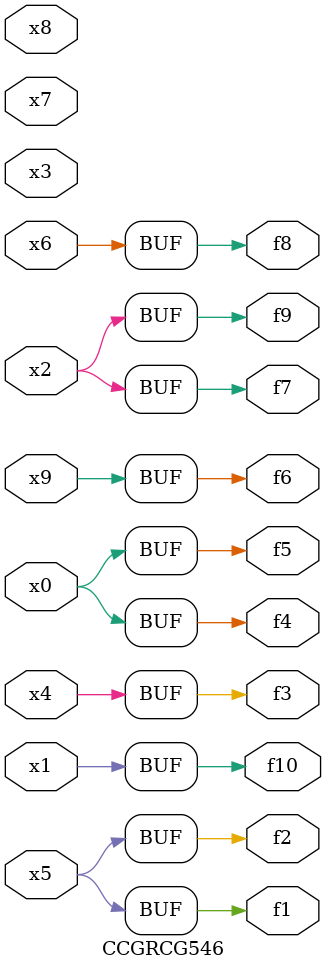
<source format=v>
module CCGRCG546(
	input x0, x1, x2, x3, x4, x5, x6, x7, x8, x9,
	output f1, f2, f3, f4, f5, f6, f7, f8, f9, f10
);
	assign f1 = x5;
	assign f2 = x5;
	assign f3 = x4;
	assign f4 = x0;
	assign f5 = x0;
	assign f6 = x9;
	assign f7 = x2;
	assign f8 = x6;
	assign f9 = x2;
	assign f10 = x1;
endmodule

</source>
